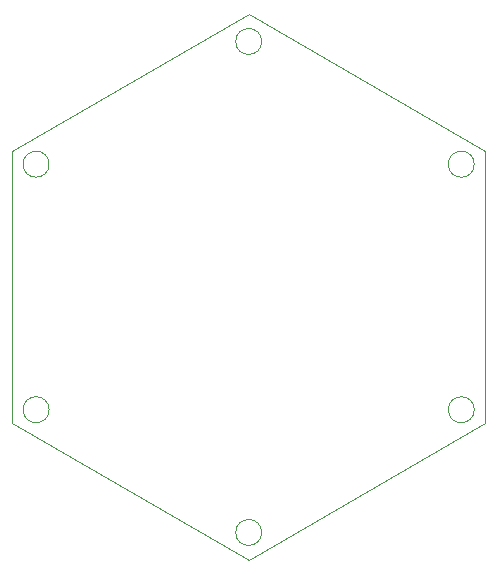
<source format=gbr>
%TF.GenerationSoftware,KiCad,Pcbnew,(6.0.4)*%
%TF.CreationDate,2023-05-25T13:52:57-04:00*%
%TF.ProjectId,CONN,434f4e4e-2e6b-4696-9361-645f70636258,rev?*%
%TF.SameCoordinates,Original*%
%TF.FileFunction,Profile,NP*%
%FSLAX46Y46*%
G04 Gerber Fmt 4.6, Leading zero omitted, Abs format (unit mm)*
G04 Created by KiCad (PCBNEW (6.0.4)) date 2023-05-25 13:52:57*
%MOMM*%
%LPD*%
G01*
G04 APERTURE LIST*
%TA.AperFunction,Profile*%
%ADD10C,0.100000*%
%TD*%
G04 APERTURE END LIST*
D10*
X172600000Y-63986316D02*
G75*
G03*
X172600000Y-63986316I-1100000J0D01*
G01*
X136600000Y-63986316D02*
G75*
G03*
X136600000Y-63986316I-1100000J0D01*
G01*
X173500000Y-65141016D02*
X173500000Y-42047006D01*
X154600000Y-74378621D02*
G75*
G03*
X154600000Y-74378621I-1100000J0D01*
G01*
X133500000Y-65141016D02*
X153500000Y-76688022D01*
X136600000Y-43201706D02*
G75*
G03*
X136600000Y-43201706I-1100000J0D01*
G01*
X153500000Y-30500000D02*
X133500000Y-42047006D01*
X172600000Y-43201706D02*
G75*
G03*
X172600000Y-43201706I-1100000J0D01*
G01*
X154600000Y-32809401D02*
G75*
G03*
X154600000Y-32809401I-1100000J0D01*
G01*
X153500000Y-76688022D02*
X173500000Y-65141016D01*
X173500000Y-42047006D02*
X153500000Y-30500000D01*
X133500000Y-42047006D02*
X133500000Y-65141016D01*
M02*

</source>
